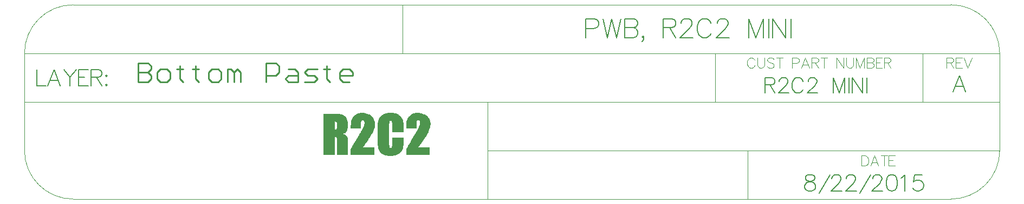
<source format=gbp>
%FSLAX44Y44*%
%MOMM*%
G71*
G01*
G75*
G04 Layer_Color=128*
%ADD10C,0.2000*%
%ADD11R,1.5000X1.5000*%
%ADD12R,1.3500X0.4000*%
%ADD13R,1.2000X2.0000*%
%ADD14R,2.0500X0.2500*%
%ADD15R,0.2500X2.0500*%
%ADD16R,1.7500X2.2500*%
%ADD17R,1.4000X2.1000*%
%ADD18R,0.7000X0.8000*%
%ADD19C,0.1000*%
%ADD20R,1.5000X0.5000*%
%ADD21R,0.6000X1.8000*%
%ADD22R,3.3000X2.7000*%
%ADD23R,1.0000X2.7000*%
%ADD24R,2.5000X0.7000*%
%ADD25R,1.4500X0.5500*%
%ADD26R,1.7000X2.5000*%
%ADD27R,1.9000X1.5000*%
%ADD28R,1.1000X1.1000*%
%ADD29R,2.5000X2.5000*%
%ADD30R,0.2500X1.1500*%
%ADD31R,1.1500X0.2500*%
%ADD32R,1.8500X1.2500*%
%ADD33R,1.7500X6.0000*%
%ADD34R,1.2000X1.1000*%
%ADD35R,1.5000X1.9000*%
%ADD36R,1.6000X1.5000*%
%ADD37R,0.8500X3.3500*%
%ADD38R,1.6000X3.2000*%
%ADD39R,1.4000X1.9000*%
%ADD40R,1.9000X1.4000*%
%ADD41R,2.9000X0.8000*%
%ADD42R,1.1000X1.1000*%
%ADD43R,1.1000X1.2000*%
%ADD44R,1.2500X1.8500*%
%ADD45R,0.5000X1.5000*%
%ADD46R,1.5000X1.6000*%
%ADD47C,0.9000*%
%ADD48C,0.8000*%
%ADD49C,0.5000*%
%ADD50C,0.2500*%
%ADD51C,0.1500*%
%ADD52C,0.7500*%
%ADD53C,0.3000*%
%ADD54C,0.2540*%
%ADD55C,0.0254*%
%ADD56C,0.1905*%
%ADD57C,0.1194*%
%ADD58C,1.1000*%
%ADD59C,1.9000*%
%ADD60C,1.4000*%
%ADD61O,1.3500X2.3500*%
%ADD62C,1.6000*%
%ADD63C,2.9500*%
%ADD64R,1.6000X1.6000*%
%ADD65C,0.5500*%
%ADD66R,3.3000X1.1000*%
%ADD67R,9.0000X3.0000*%
%ADD68C,0.6000*%
%ADD69C,0.1778*%
%ADD70C,0.2032*%
%ADD71C,0.4000*%
%ADD72R,2.4000X0.5500*%
%ADD73R,2.4000X0.5500*%
%ADD74R,1.6016X1.6016*%
%ADD75R,1.4516X0.5016*%
%ADD76R,1.3016X2.1016*%
%ADD77R,2.1516X0.3516*%
%ADD78R,0.3516X2.1516*%
%ADD79R,1.8516X2.3516*%
%ADD80R,1.5016X2.2016*%
%ADD81R,0.8016X0.9016*%
%ADD82C,0.2016*%
%ADD83R,1.6016X0.6016*%
%ADD84R,0.7016X1.9016*%
%ADD85R,3.4016X2.8016*%
%ADD86R,1.1016X2.8016*%
%ADD87R,2.6016X0.8016*%
%ADD88R,1.5516X0.6516*%
%ADD89R,1.8016X2.6016*%
%ADD90R,2.0016X1.6016*%
%ADD91R,1.2016X1.2016*%
%ADD92R,2.6016X2.6016*%
%ADD93R,0.3516X1.2516*%
%ADD94R,1.2516X0.3516*%
%ADD95R,1.9516X1.3516*%
%ADD96R,1.8516X6.1016*%
%ADD97R,1.3016X1.2016*%
%ADD98R,1.6016X2.0016*%
%ADD99R,1.7016X1.6016*%
%ADD100R,0.9516X3.4516*%
%ADD101R,1.7016X3.3016*%
%ADD102R,1.5016X2.0016*%
%ADD103R,2.0016X1.5016*%
%ADD104R,3.0016X0.9016*%
%ADD105R,1.2016X1.2016*%
%ADD106R,1.2016X1.3016*%
%ADD107R,1.3516X1.9516*%
%ADD108R,0.6016X1.6016*%
%ADD109R,1.6016X1.7016*%
%ADD110C,2.8000*%
%ADD111C,1.2016*%
%ADD112C,2.0016*%
%ADD113C,1.5016*%
%ADD114O,1.4516X2.4516*%
%ADD115C,1.7016*%
%ADD116C,3.0516*%
%ADD117R,1.7016X1.7016*%
%ADD118C,0.1016*%
%ADD119C,0.6516*%
G36*
X1478806Y661497D02*
X1479639Y661404D01*
X1480565Y661312D01*
X1481676Y661219D01*
X1482787Y660941D01*
X1485194Y660386D01*
X1487694Y659460D01*
X1488898Y658905D01*
X1490009Y658257D01*
X1491120Y657516D01*
X1492138Y656590D01*
X1492231Y656497D01*
X1492323Y656405D01*
X1492601Y656127D01*
X1492971Y655757D01*
X1493342Y655201D01*
X1493712Y654646D01*
X1494175Y653998D01*
X1494731Y653257D01*
X1495656Y651405D01*
X1496397Y649369D01*
X1497045Y646962D01*
X1497138Y645665D01*
X1497230Y644277D01*
Y644184D01*
Y643999D01*
Y643721D01*
Y643258D01*
X1497138Y642795D01*
X1497045Y642147D01*
X1496860Y640666D01*
X1496582Y638907D01*
X1496027Y636870D01*
X1495379Y634740D01*
X1494453Y632426D01*
Y632333D01*
X1494268Y632148D01*
X1494082Y631778D01*
X1493805Y631130D01*
X1493434Y630389D01*
X1492879Y629463D01*
X1492231Y628352D01*
X1491398Y627056D01*
X1490472Y625482D01*
X1489361Y623631D01*
X1488065Y621686D01*
X1486491Y619372D01*
X1484824Y616872D01*
X1482972Y614095D01*
X1480843Y611039D01*
X1478436Y607706D01*
X1495842D01*
Y595300D01*
X1459271D01*
Y605392D01*
X1459364Y605484D01*
X1459456Y605670D01*
X1459642Y606040D01*
X1459919Y606503D01*
X1460290Y607058D01*
X1460753Y607799D01*
X1461215Y608540D01*
X1461771Y609465D01*
X1462975Y611502D01*
X1464363Y613724D01*
X1465845Y616224D01*
X1467419Y618816D01*
X1470566Y624186D01*
X1472140Y626778D01*
X1473622Y629278D01*
X1474918Y631593D01*
X1476121Y633629D01*
X1476584Y634555D01*
X1477047Y635389D01*
X1477417Y636037D01*
X1477695Y636685D01*
Y636777D01*
X1477788Y636963D01*
X1477973Y637240D01*
X1478158Y637703D01*
X1478621Y638722D01*
X1479176Y640018D01*
X1479732Y641499D01*
X1480195Y643073D01*
X1480565Y644554D01*
X1480658Y645851D01*
Y645943D01*
Y646221D01*
Y646684D01*
X1480565Y647147D01*
X1480380Y648258D01*
X1480195Y648721D01*
X1479917Y649184D01*
Y649276D01*
X1479825Y649369D01*
X1479454Y649739D01*
X1478806Y650017D01*
X1478343Y650202D01*
X1477695D01*
X1477140Y650017D01*
X1476492Y649739D01*
X1476121Y649369D01*
X1475844Y648998D01*
Y648906D01*
X1475751Y648813D01*
X1475658Y648443D01*
X1475566Y647980D01*
X1475381Y647332D01*
X1475288Y646406D01*
X1475195Y645295D01*
Y643999D01*
Y637148D01*
X1459271D01*
Y640295D01*
Y640388D01*
Y640573D01*
Y640851D01*
Y641221D01*
Y642147D01*
X1459364Y643443D01*
Y644740D01*
X1459549Y646221D01*
X1459642Y647610D01*
X1459827Y648813D01*
Y648998D01*
X1459919Y649369D01*
X1460104Y650017D01*
X1460382Y650757D01*
X1460753Y651776D01*
X1461215Y652794D01*
X1461864Y653905D01*
X1462604Y655109D01*
X1462697Y655294D01*
X1463067Y655664D01*
X1463530Y656220D01*
X1464178Y656868D01*
X1465104Y657701D01*
X1466122Y658442D01*
X1467233Y659275D01*
X1468530Y659923D01*
X1468715Y660016D01*
X1469178Y660201D01*
X1470011Y660479D01*
X1471029Y660756D01*
X1472325Y661034D01*
X1473807Y661312D01*
X1475381Y661497D01*
X1477232Y661590D01*
X1478158D01*
X1478806Y661497D01*
D02*
G37*
G36*
X1432700Y660293D02*
X1435107D01*
X1437792Y660108D01*
X1440477Y659923D01*
X1441773Y659830D01*
X1442884Y659738D01*
X1443902Y659553D01*
X1444828Y659368D01*
X1445013D01*
X1445569Y659183D01*
X1446310Y658905D01*
X1447328Y658442D01*
X1448439Y657794D01*
X1449643Y656868D01*
X1450846Y655850D01*
X1451957Y654461D01*
X1452050Y654276D01*
X1452235Y654090D01*
X1452420Y653720D01*
X1452605Y653350D01*
X1452883Y652794D01*
X1453068Y652146D01*
X1453346Y651498D01*
X1453624Y650665D01*
X1453901Y649832D01*
X1454087Y648813D01*
X1454272Y647702D01*
X1454457Y646499D01*
X1454642Y645202D01*
X1454735Y643814D01*
Y642332D01*
Y642240D01*
Y641962D01*
Y641592D01*
Y641129D01*
X1454642Y640481D01*
Y639740D01*
X1454457Y638166D01*
X1454179Y636407D01*
X1453809Y634648D01*
X1453346Y633074D01*
X1452976Y632333D01*
X1452605Y631778D01*
X1452513Y631685D01*
X1452235Y631315D01*
X1451679Y630852D01*
X1450939Y630389D01*
X1450013Y629834D01*
X1448809Y629371D01*
X1447328Y629093D01*
X1445569Y628908D01*
X1445754D01*
X1446310Y628815D01*
X1447143Y628723D01*
X1448069Y628537D01*
X1449087Y628260D01*
X1450198Y627797D01*
X1451124Y627241D01*
X1451957Y626501D01*
X1452050Y626408D01*
X1452235Y626130D01*
X1452605Y625667D01*
X1452976Y625205D01*
X1453716Y623816D01*
X1454087Y623168D01*
X1454272Y622427D01*
Y622334D01*
X1454364Y622057D01*
X1454457Y621501D01*
X1454550Y620575D01*
Y620020D01*
Y619372D01*
X1454642Y618539D01*
Y617705D01*
X1454735Y616687D01*
Y615576D01*
Y614280D01*
Y612891D01*
Y595300D01*
X1437699D01*
Y617242D01*
Y617335D01*
Y617427D01*
Y617983D01*
Y618816D01*
X1437607Y619742D01*
X1437514Y620760D01*
X1437422Y621686D01*
X1437236Y622427D01*
X1437051Y622982D01*
Y623075D01*
X1436959Y623168D01*
X1436774Y623353D01*
X1436496Y623538D01*
X1436125Y623723D01*
X1435663Y623816D01*
X1435107Y624001D01*
X1434366D01*
Y595300D01*
X1416220D01*
Y660386D01*
X1431589D01*
X1432700Y660293D01*
D02*
G37*
G36*
X1565464Y661497D02*
X1566297Y661404D01*
X1567223Y661312D01*
X1568334Y661219D01*
X1569445Y660941D01*
X1571852Y660386D01*
X1574352Y659460D01*
X1575555Y658905D01*
X1576666Y658257D01*
X1577777Y657516D01*
X1578796Y656590D01*
X1578888Y656497D01*
X1578981Y656405D01*
X1579259Y656127D01*
X1579629Y655757D01*
X1579999Y655201D01*
X1580370Y654646D01*
X1580833Y653998D01*
X1581388Y653257D01*
X1582314Y651405D01*
X1583055Y649369D01*
X1583703Y646962D01*
X1583795Y645665D01*
X1583888Y644277D01*
Y644184D01*
Y643999D01*
Y643721D01*
Y643258D01*
X1583795Y642795D01*
X1583703Y642147D01*
X1583518Y640666D01*
X1583240Y638907D01*
X1582684Y636870D01*
X1582036Y634740D01*
X1581110Y632426D01*
Y632333D01*
X1580925Y632148D01*
X1580740Y631778D01*
X1580462Y631130D01*
X1580092Y630389D01*
X1579536Y629463D01*
X1578888Y628352D01*
X1578055Y627056D01*
X1577129Y625482D01*
X1576018Y623631D01*
X1574722Y621686D01*
X1573148Y619372D01*
X1571482Y616872D01*
X1569630Y614095D01*
X1567501Y611039D01*
X1565094Y607706D01*
X1582499D01*
Y595300D01*
X1545929D01*
Y605392D01*
X1546022Y605484D01*
X1546114Y605670D01*
X1546299Y606040D01*
X1546577Y606503D01*
X1546947Y607058D01*
X1547410Y607799D01*
X1547873Y608540D01*
X1548429Y609465D01*
X1549632Y611502D01*
X1551021Y613724D01*
X1552502Y616224D01*
X1554076Y618816D01*
X1557224Y624186D01*
X1558798Y626778D01*
X1560279Y629278D01*
X1561575Y631593D01*
X1562779Y633629D01*
X1563242Y634555D01*
X1563705Y635389D01*
X1564075Y636037D01*
X1564353Y636685D01*
Y636777D01*
X1564445Y636963D01*
X1564631Y637240D01*
X1564816Y637703D01*
X1565279Y638722D01*
X1565834Y640018D01*
X1566390Y641499D01*
X1566853Y643073D01*
X1567223Y644554D01*
X1567316Y645851D01*
Y645943D01*
Y646221D01*
Y646684D01*
X1567223Y647147D01*
X1567038Y648258D01*
X1566853Y648721D01*
X1566575Y649184D01*
Y649276D01*
X1566482Y649369D01*
X1566112Y649739D01*
X1565464Y650017D01*
X1565001Y650202D01*
X1564353D01*
X1563797Y650017D01*
X1563149Y649739D01*
X1562779Y649369D01*
X1562501Y648998D01*
Y648906D01*
X1562409Y648813D01*
X1562316Y648443D01*
X1562224Y647980D01*
X1562038Y647332D01*
X1561946Y646406D01*
X1561853Y645295D01*
Y643999D01*
Y637148D01*
X1545929D01*
Y640295D01*
Y640388D01*
Y640573D01*
Y640851D01*
Y641221D01*
Y642147D01*
X1546022Y643443D01*
Y644740D01*
X1546207Y646221D01*
X1546299Y647610D01*
X1546484Y648813D01*
Y648998D01*
X1546577Y649369D01*
X1546762Y650017D01*
X1547040Y650757D01*
X1547410Y651776D01*
X1547873Y652794D01*
X1548521Y653905D01*
X1549262Y655109D01*
X1549355Y655294D01*
X1549725Y655664D01*
X1550188Y656220D01*
X1550836Y656868D01*
X1551762Y657701D01*
X1552780Y658442D01*
X1553891Y659275D01*
X1555187Y659923D01*
X1555372Y660016D01*
X1555835Y660201D01*
X1556669Y660479D01*
X1557687Y660756D01*
X1558983Y661034D01*
X1560464Y661312D01*
X1562038Y661497D01*
X1563890Y661590D01*
X1564816D01*
X1565464Y661497D01*
D02*
G37*
G36*
X1523154Y661682D02*
X1523987Y661590D01*
X1525653Y661404D01*
X1527690Y661034D01*
X1529727Y660571D01*
X1531856Y659830D01*
X1533801Y658812D01*
X1533893D01*
X1533986Y658719D01*
X1534634Y658257D01*
X1535467Y657608D01*
X1536485Y656775D01*
X1537596Y655664D01*
X1538707Y654461D01*
X1539633Y652979D01*
X1540374Y651405D01*
Y651313D01*
X1540466Y651220D01*
X1540559Y650943D01*
X1540652Y650572D01*
X1540744Y650109D01*
X1540837Y649554D01*
X1541022Y648906D01*
X1541207Y648073D01*
X1541300Y647239D01*
X1541485Y646221D01*
X1541577Y645110D01*
X1541670Y643906D01*
X1541763Y642610D01*
X1541855Y641221D01*
X1541948Y639740D01*
Y638074D01*
Y631222D01*
X1523802D01*
Y643073D01*
Y643166D01*
Y643258D01*
Y643814D01*
Y644554D01*
X1523709Y645480D01*
Y646406D01*
X1523616Y647332D01*
X1523524Y648073D01*
X1523339Y648535D01*
X1523246Y648721D01*
X1522968Y648998D01*
X1522505Y649276D01*
X1521672Y649461D01*
X1521394D01*
X1520839Y649369D01*
X1520191Y648998D01*
X1519913Y648721D01*
X1519728Y648350D01*
Y648258D01*
X1519635Y648073D01*
Y647795D01*
X1519543Y647239D01*
X1519450Y646406D01*
Y645388D01*
X1519358Y644091D01*
Y642517D01*
Y612984D01*
Y612891D01*
Y612798D01*
Y612243D01*
Y611502D01*
X1519450Y610576D01*
Y609650D01*
X1519543Y608725D01*
X1519635Y607892D01*
X1519728Y607336D01*
X1519821Y607151D01*
X1520098Y606873D01*
X1520746Y606503D01*
X1521117Y606410D01*
X1521580Y606318D01*
X1521765D01*
X1522320Y606503D01*
X1522876Y606781D01*
X1523154Y607058D01*
X1523339Y607429D01*
Y607521D01*
X1523431Y607706D01*
X1523524Y608077D01*
X1523616Y608632D01*
Y609465D01*
X1523709Y610484D01*
X1523802Y611872D01*
Y612706D01*
Y613632D01*
Y622427D01*
X1541948D01*
Y619187D01*
Y619094D01*
Y618724D01*
Y618261D01*
Y617520D01*
Y616779D01*
X1541855Y615761D01*
Y614743D01*
X1541763Y613632D01*
X1541577Y611317D01*
X1541300Y608910D01*
X1540929Y606688D01*
X1540744Y605762D01*
X1540466Y604836D01*
Y604744D01*
X1540374Y604651D01*
X1540189Y604096D01*
X1539726Y603262D01*
X1539078Y602244D01*
X1538244Y601040D01*
X1537133Y599837D01*
X1535745Y598541D01*
X1533986Y597244D01*
X1533893D01*
X1533801Y597152D01*
X1533523Y596967D01*
X1533060Y596782D01*
X1532597Y596504D01*
X1532041Y596226D01*
X1531393Y595948D01*
X1530560Y595671D01*
X1528801Y595022D01*
X1526764Y594560D01*
X1524357Y594189D01*
X1521765Y594004D01*
X1520561D01*
X1519913Y594097D01*
X1519172Y594189D01*
X1517413Y594374D01*
X1515376Y594652D01*
X1513340Y595115D01*
X1511210Y595763D01*
X1509266Y596689D01*
X1509173D01*
X1509081Y596782D01*
X1508433Y597244D01*
X1507599Y597800D01*
X1506581Y598726D01*
X1505563Y599744D01*
X1504452Y601040D01*
X1503526Y602614D01*
X1502785Y604281D01*
Y604373D01*
X1502693Y604558D01*
X1502600Y604836D01*
X1502507Y605207D01*
X1502415Y605670D01*
X1502322Y606318D01*
X1502137Y607058D01*
X1502045Y607892D01*
X1501859Y608910D01*
X1501674Y609928D01*
X1501582Y611132D01*
X1501489Y612428D01*
X1501396Y613817D01*
X1501304Y615391D01*
X1501211Y616965D01*
Y618724D01*
Y637240D01*
Y637333D01*
Y637518D01*
Y637888D01*
Y638351D01*
Y638999D01*
Y639647D01*
X1501304Y641129D01*
Y642888D01*
X1501396Y644554D01*
X1501489Y646221D01*
X1501674Y647702D01*
Y647887D01*
X1501767Y648350D01*
X1501952Y648998D01*
X1502230Y649924D01*
X1502600Y650943D01*
X1503063Y652054D01*
X1503711Y653350D01*
X1504544Y654553D01*
X1504637Y654738D01*
X1505007Y655109D01*
X1505563Y655757D01*
X1506303Y656497D01*
X1507322Y657331D01*
X1508525Y658164D01*
X1509821Y659090D01*
X1511395Y659830D01*
X1511488D01*
X1511581Y659923D01*
X1511858Y660016D01*
X1512136Y660108D01*
X1513062Y660479D01*
X1514265Y660849D01*
X1515747Y661127D01*
X1517413Y661497D01*
X1519265Y661682D01*
X1521302Y661775D01*
X1522598D01*
X1523154Y661682D01*
D02*
G37*
%LPC*%
G36*
X1434366Y647980D02*
Y635481D01*
X1434922D01*
X1435292Y635574D01*
X1436033Y635759D01*
X1436774Y636037D01*
X1436959Y636222D01*
X1437051Y636407D01*
X1437236Y636777D01*
X1437422Y637333D01*
X1437514Y638074D01*
X1437699Y639092D01*
Y640388D01*
Y643906D01*
Y643999D01*
Y644369D01*
Y644740D01*
X1437607Y645295D01*
X1437329Y646406D01*
X1437144Y646869D01*
X1436866Y647239D01*
X1436681Y647332D01*
X1436218Y647610D01*
X1435477Y647887D01*
X1434366Y647980D01*
D02*
G37*
%LPD*%
D54*
X1126970Y740041D02*
Y710050D01*
X1141965D01*
X1146964Y715049D01*
Y720047D01*
X1141965Y725045D01*
X1126970D01*
X1141965D01*
X1146964Y730044D01*
Y735042D01*
X1141965Y740041D01*
X1126970D01*
X1161959Y710050D02*
X1171955D01*
X1176954Y715049D01*
Y725045D01*
X1171955Y730044D01*
X1161959D01*
X1156960Y725045D01*
Y715049D01*
X1161959Y710050D01*
X1191949Y735042D02*
Y730044D01*
X1186951D01*
X1196947D01*
X1191949D01*
Y715049D01*
X1196947Y710050D01*
X1216941Y735042D02*
Y730044D01*
X1211943D01*
X1221939D01*
X1216941D01*
Y715049D01*
X1221939Y710050D01*
X1241933D02*
X1251930D01*
X1256928Y715049D01*
Y725045D01*
X1251930Y730044D01*
X1241933D01*
X1236935Y725045D01*
Y715049D01*
X1241933Y710050D01*
X1266925D02*
Y730044D01*
X1271923D01*
X1276922Y725045D01*
Y710050D01*
Y725045D01*
X1281920Y730044D01*
X1286918Y725045D01*
Y710050D01*
X1326905D02*
Y740041D01*
X1341900D01*
X1346899Y735042D01*
Y725045D01*
X1341900Y720047D01*
X1326905D01*
X1361894Y730044D02*
X1371891D01*
X1376889Y725045D01*
Y710050D01*
X1361894D01*
X1356896Y715049D01*
X1361894Y720047D01*
X1376889D01*
X1386886Y710050D02*
X1401881D01*
X1406879Y715049D01*
X1401881Y720047D01*
X1391884D01*
X1386886Y725045D01*
X1391884Y730044D01*
X1406879D01*
X1421875Y735042D02*
Y730044D01*
X1416876D01*
X1426873D01*
X1421875D01*
Y715049D01*
X1426873Y710050D01*
X1456863D02*
X1446867D01*
X1441868Y715049D01*
Y725045D01*
X1446867Y730044D01*
X1456863D01*
X1461862Y725045D01*
Y720047D01*
X1441868D01*
D55*
X949335Y602598D02*
G03*
X1025535Y526398I76200J0D01*
G01*
Y831198D02*
G03*
X949335Y754998I0J-76200D01*
G01*
X2473335D02*
G03*
X2397135Y831198I-76200J0D01*
G01*
Y526398D02*
G03*
X2473335Y602598I0J76200D01*
G01*
X949335D02*
G03*
X1025535Y526398I76200J0D01*
G01*
Y831198D02*
G03*
X949335Y754998I0J-76200D01*
G01*
X2473335D02*
G03*
X2397135Y831198I-76200J0D01*
G01*
Y526398D02*
G03*
X2473335Y602598I0J76200D01*
G01*
X1673235Y526398D02*
Y678798D01*
X949334D02*
X2473335D01*
X949334Y602598D02*
Y754998D01*
X1025535Y831198D02*
X2397135D01*
X2473335Y602598D02*
Y754998D01*
X1025535Y526398D02*
X2397135D01*
X1673235Y602598D02*
X2473335D01*
X2079635Y526398D02*
Y602598D01*
X949334Y754998D02*
X2473335D01*
X1539884D02*
Y831198D01*
X2028835Y678798D02*
Y754998D01*
X2352684Y678798D02*
Y754998D01*
X1673235Y526398D02*
Y678798D01*
X949334D02*
X2473335D01*
X949334Y602598D02*
Y754998D01*
X1025535Y831198D02*
X2397135D01*
X2473335Y602598D02*
Y754998D01*
X1025535Y526398D02*
X2397135D01*
X1673235Y602598D02*
X2473335D01*
X2079635Y526398D02*
Y602598D01*
X949334Y754998D02*
X2473335D01*
X1539884D02*
Y831198D01*
X2028835Y678798D02*
Y754998D01*
X2352684Y678798D02*
Y754998D01*
D56*
X2106220Y716795D02*
Y692800D01*
Y716795D02*
X2116504D01*
X2119931Y715652D01*
X2121074Y714510D01*
X2122217Y712225D01*
Y709939D01*
X2121074Y707654D01*
X2119931Y706512D01*
X2116504Y705369D01*
X2106220D01*
X2114218D02*
X2122217Y692800D01*
X2128730Y711082D02*
Y712225D01*
X2129872Y714510D01*
X2131015Y715652D01*
X2133300Y716795D01*
X2137870D01*
X2140156Y715652D01*
X2141298Y714510D01*
X2142441Y712225D01*
Y709939D01*
X2141298Y707654D01*
X2139013Y704226D01*
X2127587Y692800D01*
X2143584D01*
X2166093Y711082D02*
X2164950Y713367D01*
X2162665Y715652D01*
X2160380Y716795D01*
X2155809D01*
X2153524Y715652D01*
X2151239Y713367D01*
X2150096Y711082D01*
X2148954Y707654D01*
Y701941D01*
X2150096Y698513D01*
X2151239Y696228D01*
X2153524Y693943D01*
X2155809Y692800D01*
X2160380D01*
X2162665Y693943D01*
X2164950Y696228D01*
X2166093Y698513D01*
X2173977Y711082D02*
Y712225D01*
X2175120Y714510D01*
X2176262Y715652D01*
X2178548Y716795D01*
X2183118D01*
X2185403Y715652D01*
X2186546Y714510D01*
X2187688Y712225D01*
Y709939D01*
X2186546Y707654D01*
X2184261Y704226D01*
X2172834Y692800D01*
X2188831D01*
X2213054Y716795D02*
Y692800D01*
Y716795D02*
X2222195Y692800D01*
X2231336Y716795D02*
X2222195Y692800D01*
X2231336Y716795D02*
Y692800D01*
X2238192Y716795D02*
Y692800D01*
X2243219Y716795D02*
Y692800D01*
Y716795D02*
X2259216Y692800D01*
Y716795D02*
Y692800D01*
X2265843Y716795D02*
Y692800D01*
X1826315Y793694D02*
X1839169D01*
X1843454Y795122D01*
X1844882Y796550D01*
X1846310Y799407D01*
Y803691D01*
X1844882Y806548D01*
X1843454Y807976D01*
X1839169Y809405D01*
X1826315D01*
Y779411D01*
X1853023Y809405D02*
X1860164Y779411D01*
X1867306Y809405D02*
X1860164Y779411D01*
X1867306Y809405D02*
X1874447Y779411D01*
X1881588Y809405D02*
X1874447Y779411D01*
X1887587Y809405D02*
Y779411D01*
Y809405D02*
X1900441D01*
X1904726Y807976D01*
X1906155Y806548D01*
X1907583Y803691D01*
Y800835D01*
X1906155Y797979D01*
X1904726Y796550D01*
X1900441Y795122D01*
X1887587D02*
X1900441D01*
X1904726Y793694D01*
X1906155Y792265D01*
X1907583Y789409D01*
Y785124D01*
X1906155Y782268D01*
X1904726Y780839D01*
X1900441Y779411D01*
X1887587D01*
X1917152Y780839D02*
X1915724Y779411D01*
X1914296Y780839D01*
X1915724Y782268D01*
X1917152Y780839D01*
Y777983D01*
X1915724Y775126D01*
X1914296Y773698D01*
X1947289Y809405D02*
Y779411D01*
Y809405D02*
X1960143D01*
X1964428Y807976D01*
X1965856Y806548D01*
X1967284Y803691D01*
Y800835D01*
X1965856Y797979D01*
X1964428Y796550D01*
X1960143Y795122D01*
X1947289D01*
X1957287D02*
X1967284Y779411D01*
X1975426Y802263D02*
Y803691D01*
X1976854Y806548D01*
X1978282Y807976D01*
X1981138Y809405D01*
X1986852D01*
X1989708Y807976D01*
X1991136Y806548D01*
X1992565Y803691D01*
Y800835D01*
X1991136Y797979D01*
X1988280Y793694D01*
X1973997Y779411D01*
X1993993D01*
X2022130Y802263D02*
X2020701Y805120D01*
X2017845Y807976D01*
X2014988Y809405D01*
X2009275D01*
X2006419Y807976D01*
X2003562Y805120D01*
X2002134Y802263D01*
X2000706Y797979D01*
Y790837D01*
X2002134Y786552D01*
X2003562Y783696D01*
X2006419Y780839D01*
X2009275Y779411D01*
X2014988D01*
X2017845Y780839D01*
X2020701Y783696D01*
X2022130Y786552D01*
X2031985Y802263D02*
Y803691D01*
X2033413Y806548D01*
X2034841Y807976D01*
X2037698Y809405D01*
X2043411D01*
X2046267Y807976D01*
X2047696Y806548D01*
X2049124Y803691D01*
Y800835D01*
X2047696Y797979D01*
X2044839Y793694D01*
X2030556Y779411D01*
X2050552D01*
X2080831Y809405D02*
Y779411D01*
Y809405D02*
X2092258Y779411D01*
X2103684Y809405D02*
X2092258Y779411D01*
X2103684Y809405D02*
Y779411D01*
X2112253Y809405D02*
Y779411D01*
X2118538Y809405D02*
Y779411D01*
Y809405D02*
X2138533Y779411D01*
Y809405D02*
Y779411D01*
X2146817Y809405D02*
Y779411D01*
X2420039Y695011D02*
X2410365Y720406D01*
X2400691Y695011D01*
X2404318Y703476D02*
X2416411D01*
X2174581Y564493D02*
X2170953Y563284D01*
X2169744Y560865D01*
Y558447D01*
X2170953Y556028D01*
X2173372Y554819D01*
X2178209Y553609D01*
X2181837Y552400D01*
X2184255Y549982D01*
X2185464Y547563D01*
Y543935D01*
X2184255Y541517D01*
X2183046Y540308D01*
X2179418Y539098D01*
X2174581D01*
X2170953Y540308D01*
X2169744Y541517D01*
X2168535Y543935D01*
Y547563D01*
X2169744Y549982D01*
X2172162Y552400D01*
X2175790Y553609D01*
X2180627Y554819D01*
X2183046Y556028D01*
X2184255Y558447D01*
Y560865D01*
X2183046Y563284D01*
X2179418Y564493D01*
X2174581D01*
X2191148Y535470D02*
X2208078Y564493D01*
X2210980Y558447D02*
Y559656D01*
X2212189Y562074D01*
X2213398Y563284D01*
X2215817Y564493D01*
X2220654D01*
X2223072Y563284D01*
X2224282Y562074D01*
X2225491Y559656D01*
Y557237D01*
X2224282Y554819D01*
X2221863Y551191D01*
X2209771Y539098D01*
X2226700D01*
X2233593Y558447D02*
Y559656D01*
X2234802Y562074D01*
X2236012Y563284D01*
X2238430Y564493D01*
X2243267D01*
X2245686Y563284D01*
X2246895Y562074D01*
X2248104Y559656D01*
Y557237D01*
X2246895Y554819D01*
X2244476Y551191D01*
X2232384Y539098D01*
X2249314D01*
X2254997Y535470D02*
X2271927Y564493D01*
X2274829Y558447D02*
Y559656D01*
X2276038Y562074D01*
X2277247Y563284D01*
X2279666Y564493D01*
X2284503D01*
X2286922Y563284D01*
X2288131Y562074D01*
X2289340Y559656D01*
Y557237D01*
X2288131Y554819D01*
X2285712Y551191D01*
X2273620Y539098D01*
X2290549D01*
X2303488Y564493D02*
X2299861Y563284D01*
X2297442Y559656D01*
X2296233Y553609D01*
Y549982D01*
X2297442Y543935D01*
X2299861Y540308D01*
X2303488Y539098D01*
X2305907D01*
X2309535Y540308D01*
X2311953Y543935D01*
X2313163Y549982D01*
Y553609D01*
X2311953Y559656D01*
X2309535Y563284D01*
X2305907Y564493D01*
X2303488D01*
X2318846Y559656D02*
X2321265Y560865D01*
X2324892Y564493D01*
Y539098D01*
X2351980Y564493D02*
X2339887D01*
X2338678Y553609D01*
X2339887Y554819D01*
X2343515Y556028D01*
X2347143D01*
X2350771Y554819D01*
X2353189Y552400D01*
X2354398Y548772D01*
Y546354D01*
X2353189Y542726D01*
X2350771Y540308D01*
X2347143Y539098D01*
X2343515D01*
X2339887Y540308D01*
X2338678Y541517D01*
X2337469Y543935D01*
X968385Y729593D02*
Y704198D01*
X982896D01*
X1005025D02*
X995351Y729593D01*
X985677Y704198D01*
X989305Y712663D02*
X1001397D01*
X1010951Y729593D02*
X1020625Y717500D01*
Y704198D01*
X1030299Y729593D02*
X1020625Y717500D01*
X1049284Y729593D02*
X1033564D01*
Y704198D01*
X1049284D01*
X1033564Y717500D02*
X1043238D01*
X1053517Y729593D02*
Y704198D01*
Y729593D02*
X1064400D01*
X1068028Y728383D01*
X1069237Y727174D01*
X1070447Y724756D01*
Y722337D01*
X1069237Y719919D01*
X1068028Y718709D01*
X1064400Y717500D01*
X1053517D01*
X1061982D02*
X1070447Y704198D01*
X1077339Y721128D02*
X1076130Y719919D01*
X1077339Y718709D01*
X1078549Y719919D01*
X1077339Y721128D01*
Y706617D02*
X1076130Y705407D01*
X1077339Y704198D01*
X1078549Y705407D01*
X1077339Y706617D01*
D57*
X2090264Y744326D02*
X2089502Y745849D01*
X2087979Y747373D01*
X2086455Y748134D01*
X2083408D01*
X2081885Y747373D01*
X2080361Y745849D01*
X2079600Y744326D01*
X2078838Y742040D01*
Y738232D01*
X2079600Y735947D01*
X2080361Y734423D01*
X2081885Y732900D01*
X2083408Y732138D01*
X2086455D01*
X2087979Y732900D01*
X2089502Y734423D01*
X2090264Y735947D01*
X2094758Y748134D02*
Y736709D01*
X2095520Y734423D01*
X2097043Y732900D01*
X2099328Y732138D01*
X2100852D01*
X2103137Y732900D01*
X2104660Y734423D01*
X2105422Y736709D01*
Y748134D01*
X2120504Y745849D02*
X2118981Y747373D01*
X2116695Y748134D01*
X2113649D01*
X2111363Y747373D01*
X2109840Y745849D01*
Y744326D01*
X2110602Y742802D01*
X2111363Y742040D01*
X2112887Y741279D01*
X2117457Y739755D01*
X2118981Y738994D01*
X2119742Y738232D01*
X2120504Y736709D01*
Y734423D01*
X2118981Y732900D01*
X2116695Y732138D01*
X2113649D01*
X2111363Y732900D01*
X2109840Y734423D01*
X2129416Y748134D02*
Y732138D01*
X2124084Y748134D02*
X2134748D01*
X2149221Y739755D02*
X2156076D01*
X2158361Y740517D01*
X2159123Y741279D01*
X2159885Y742802D01*
Y745087D01*
X2159123Y746611D01*
X2158361Y747373D01*
X2156076Y748134D01*
X2149221D01*
Y732138D01*
X2175652D02*
X2169558Y748134D01*
X2163465Y732138D01*
X2165750Y737470D02*
X2173367D01*
X2179384Y748134D02*
Y732138D01*
Y748134D02*
X2186240D01*
X2188525Y747373D01*
X2189287Y746611D01*
X2190049Y745087D01*
Y743564D01*
X2189287Y742040D01*
X2188525Y741279D01*
X2186240Y740517D01*
X2179384D01*
X2184716D02*
X2190049Y732138D01*
X2198961Y748134D02*
Y732138D01*
X2193629Y748134D02*
X2204293D01*
X2218765D02*
Y732138D01*
Y748134D02*
X2229429Y732138D01*
Y748134D02*
Y732138D01*
X2233847Y748134D02*
Y736709D01*
X2234609Y734423D01*
X2236132Y732900D01*
X2238418Y732138D01*
X2239941D01*
X2242226Y732900D01*
X2243750Y734423D01*
X2244511Y736709D01*
Y748134D01*
X2248929D02*
Y732138D01*
Y748134D02*
X2255023Y732138D01*
X2261117Y748134D02*
X2255023Y732138D01*
X2261117Y748134D02*
Y732138D01*
X2265687Y748134D02*
Y732138D01*
Y748134D02*
X2272542D01*
X2274828Y747373D01*
X2275589Y746611D01*
X2276351Y745087D01*
Y743564D01*
X2275589Y742040D01*
X2274828Y741279D01*
X2272542Y740517D01*
X2265687D02*
X2272542D01*
X2274828Y739755D01*
X2275589Y738994D01*
X2276351Y737470D01*
Y735185D01*
X2275589Y733662D01*
X2274828Y732900D01*
X2272542Y732138D01*
X2265687D01*
X2289833Y748134D02*
X2279931D01*
Y732138D01*
X2289833D01*
X2279931Y740517D02*
X2286025D01*
X2292499Y748134D02*
Y732138D01*
Y748134D02*
X2299355D01*
X2301640Y747373D01*
X2302402Y746611D01*
X2303163Y745087D01*
Y743564D01*
X2302402Y742040D01*
X2301640Y741279D01*
X2299355Y740517D01*
X2292499D01*
X2297831D02*
X2303163Y732138D01*
X2390635Y748134D02*
Y732138D01*
Y748134D02*
X2397491D01*
X2399776Y747373D01*
X2400538Y746611D01*
X2401299Y745087D01*
Y743564D01*
X2400538Y742040D01*
X2399776Y741279D01*
X2397491Y740517D01*
X2390635D01*
X2395967D02*
X2401299Y732138D01*
X2414782Y748134D02*
X2404879D01*
Y732138D01*
X2414782D01*
X2404879Y740517D02*
X2410973D01*
X2417448Y748134D02*
X2423541Y732138D01*
X2429635Y748134D02*
X2423541Y732138D01*
X2257236Y594464D02*
Y578468D01*
Y594464D02*
X2262567D01*
X2264853Y593703D01*
X2266376Y592179D01*
X2267138Y590656D01*
X2267899Y588371D01*
Y584562D01*
X2267138Y582277D01*
X2266376Y580753D01*
X2264853Y579230D01*
X2262567Y578468D01*
X2257236D01*
X2283667D02*
X2277573Y594464D01*
X2271480Y578468D01*
X2273765Y583800D02*
X2281382D01*
X2292731Y594464D02*
Y578468D01*
X2287399Y594464D02*
X2298063D01*
X2309870D02*
X2299968D01*
Y578468D01*
X2309870D01*
X2299968Y586847D02*
X2306061D01*
M02*

</source>
